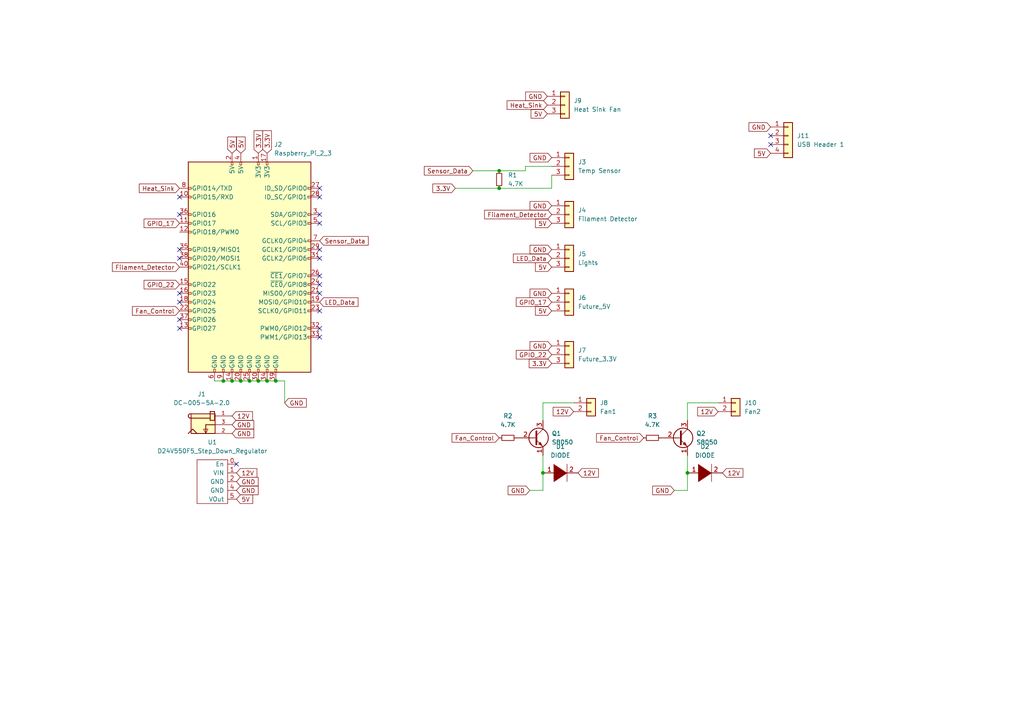
<source format=kicad_sch>
(kicad_sch (version 20211123) (generator eeschema)
  (paper "A4")
  (lib_symbols
    (symbol "Connector:Raspberry_Pi_2_3" (pin_names (offset 1.016))
      (property "Reference" "J" (at -17.78 31.75 0))
      (property "Value" "Raspberry_Pi_2_3" (at 10.16 -31.75 0))
      (symbol "Raspberry_Pi_2_3_0_1"
        (rectangle (start -17.78 30.48) (end 17.78 -30.48) (stroke (width 0.254)) (fill (type background)))
      )
      (symbol "Raspberry_Pi_2_3_1_1"
        (rectangle (start -16.891 -17.526) (end -17.78 -18.034))
        (rectangle (start -16.891 -14.986) (end -17.78 -15.494))
        (rectangle (start -16.891 -12.446) (end -17.78 -12.954))
        (rectangle (start -16.891 -9.906) (end -17.78 -10.414))
        (rectangle (start -16.891 -7.366) (end -17.78 -7.874))
        (rectangle (start -16.891 -4.826) (end -17.78 -5.334))
        (rectangle (start -16.891 0.254) (end -17.78 -0.254))
        (rectangle (start -16.891 2.794) (end -17.78 2.286))
        (rectangle (start -16.891 5.334) (end -17.78 4.826))
        (rectangle (start -16.891 10.414) (end -17.78 9.906))
        (rectangle (start -16.891 12.954) (end -17.78 12.446))
        (rectangle (start -16.891 15.494) (end -17.78 14.986))
        (rectangle (start -16.891 20.574) (end -17.78 20.066))
        (rectangle (start -16.891 23.114) (end -17.78 22.606))
        (rectangle (start -10.414 -29.591) (end -9.906 -30.48))
        (rectangle (start -7.874 -29.591) (end -7.366 -30.48))
        (rectangle (start -5.334 -29.591) (end -4.826 -30.48))
        (rectangle (start -5.334 30.48) (end -4.826 29.591))
        (rectangle (start -2.794 -29.591) (end -2.286 -30.48))
        (rectangle (start -2.794 30.48) (end -2.286 29.591))
        (rectangle (start -0.254 -29.591) (end 0.254 -30.48))
        (rectangle (start 2.286 -29.591) (end 2.794 -30.48))
        (rectangle (start 2.286 30.48) (end 2.794 29.591))
        (rectangle (start 4.826 -29.591) (end 5.334 -30.48))
        (rectangle (start 4.826 30.48) (end 5.334 29.591))
        (rectangle (start 7.366 -29.591) (end 7.874 -30.48))
        (rectangle (start 17.78 -20.066) (end 16.891 -20.574))
        (rectangle (start 17.78 -17.526) (end 16.891 -18.034))
        (rectangle (start 17.78 -12.446) (end 16.891 -12.954))
        (rectangle (start 17.78 -9.906) (end 16.891 -10.414))
        (rectangle (start 17.78 -7.366) (end 16.891 -7.874))
        (rectangle (start 17.78 -4.826) (end 16.891 -5.334))
        (rectangle (start 17.78 -2.286) (end 16.891 -2.794))
        (rectangle (start 17.78 2.794) (end 16.891 2.286))
        (rectangle (start 17.78 5.334) (end 16.891 4.826))
        (rectangle (start 17.78 7.874) (end 16.891 7.366))
        (rectangle (start 17.78 12.954) (end 16.891 12.446))
        (rectangle (start 17.78 15.494) (end 16.891 14.986))
        (rectangle (start 17.78 20.574) (end 16.891 20.066))
        (rectangle (start 17.78 23.114) (end 16.891 22.606))
        (pin power_in line (at 2.54 33.02 270) (length 2.54) (name "3V3") (number "1"))
        (pin bidirectional line (at -20.32 20.32 0) (length 2.54) (name "GPIO15/RXD") (number "10"))
        (pin bidirectional line (at -20.32 12.7 0) (length 2.54) (name "GPIO17") (number "11"))
        (pin bidirectional line (at -20.32 10.16 0) (length 2.54) (name "GPIO18/PWM0") (number "12"))
        (pin bidirectional line (at -20.32 -17.78 0) (length 2.54) (name "GPIO27") (number "13"))
        (pin power_in line (at -5.08 -33.02 90) (length 2.54) (name "GND") (number "14"))
        (pin bidirectional line (at -20.32 -5.08 0) (length 2.54) (name "GPIO22") (number "15"))
        (pin bidirectional line (at -20.32 -7.62 0) (length 2.54) (name "GPIO23") (number "16"))
        (pin power_in line (at 5.08 33.02 270) (length 2.54) (name "3V3") (number "17"))
        (pin bidirectional line (at -20.32 -10.16 0) (length 2.54) (name "GPIO24") (number "18"))
        (pin bidirectional line (at 20.32 -10.16 180) (length 2.54) (name "MOSI0/GPIO10") (number "19"))
        (pin power_in line (at -5.08 33.02 270) (length 2.54) (name "5V") (number "2"))
        (pin power_in line (at -2.54 -33.02 90) (length 2.54) (name "GND") (number "20"))
        (pin bidirectional line (at 20.32 -7.62 180) (length 2.54) (name "MISO0/GPIO9") (number "21"))
        (pin bidirectional line (at -20.32 -12.7 0) (length 2.54) (name "GPIO25") (number "22"))
        (pin bidirectional line (at 20.32 -12.7 180) (length 2.54) (name "SCLK0/GPIO11") (number "23"))
        (pin bidirectional line (at 20.32 -5.08 180) (length 2.54) (name "~{CE0}/GPIO8") (number "24"))
        (pin power_in line (at 0 -33.02 90) (length 2.54) (name "GND") (number "25"))
        (pin bidirectional line (at 20.32 -2.54 180) (length 2.54) (name "~{CE1}/GPIO7") (number "26"))
        (pin bidirectional line (at 20.32 22.86 180) (length 2.54) (name "ID_SD/GPIO0") (number "27"))
        (pin bidirectional line (at 20.32 20.32 180) (length 2.54) (name "ID_SC/GPIO1") (number "28"))
        (pin bidirectional line (at 20.32 5.08 180) (length 2.54) (name "GCLK1/GPIO5") (number "29"))
        (pin bidirectional line (at 20.32 15.24 180) (length 2.54) (name "SDA/GPIO2") (number "3"))
        (pin power_in line (at 2.54 -33.02 90) (length 2.54) (name "GND") (number "30"))
        (pin bidirectional line (at 20.32 2.54 180) (length 2.54) (name "GCLK2/GPIO6") (number "31"))
        (pin bidirectional line (at 20.32 -17.78 180) (length 2.54) (name "PWM0/GPIO12") (number "32"))
        (pin bidirectional line (at 20.32 -20.32 180) (length 2.54) (name "PWM1/GPIO13") (number "33"))
        (pin power_in line (at 5.08 -33.02 90) (length 2.54) (name "GND") (number "34"))
        (pin bidirectional line (at -20.32 5.08 0) (length 2.54) (name "GPIO19/MISO1") (number "35"))
        (pin bidirectional line (at -20.32 15.24 0) (length 2.54) (name "GPIO16") (number "36"))
        (pin bidirectional line (at -20.32 -15.24 0) (length 2.54) (name "GPIO26") (number "37"))
        (pin bidirectional line (at -20.32 2.54 0) (length 2.54) (name "GPIO20/MOSI1") (number "38"))
        (pin power_in line (at 7.62 -33.02 90) (length 2.54) (name "GND") (number "39"))
        (pin power_in line (at -2.54 33.02 270) (length 2.54) (name "5V") (number "4"))
        (pin bidirectional line (at -20.32 0 0) (length 2.54) (name "GPIO21/SCLK1") (number "40"))
        (pin bidirectional line (at 20.32 12.7 180) (length 2.54) (name "SCL/GPIO3") (number "5"))
        (pin power_in line (at -10.16 -33.02 90) (length 2.54) (name "GND") (number "6"))
        (pin bidirectional line (at 20.32 7.62 180) (length 2.54) (name "GCLK0/GPIO4") (number "7"))
        (pin bidirectional line (at -20.32 22.86 0) (length 2.54) (name "GPIO14/TXD") (number "8"))
        (pin power_in line (at -7.62 -33.02 90) (length 2.54) (name "GND") (number "9"))
      )
    )
    (symbol "Connector_Generic:Conn_01x02" (pin_names (offset 1.016) hide)
      (property "Reference" "J" (at 0 2.54 0))
      (property "Value" "Conn_01x02" (at 0 -5.08 0))
      (symbol "Conn_01x02_1_1"
        (rectangle (start -1.27 -2.413) (end 0 -2.667) (stroke (width 0.1524)))
        (rectangle (start -1.27 0.127) (end 0 -0.127) (stroke (width 0.1524)))
        (rectangle (start -1.27 1.27) (end 1.27 -3.81) (stroke (width 0.254)) (fill (type background)))
        (pin passive line (at -5.08 0 0) (length 3.81) (name "Pin_1") (number "1"))
        (pin passive line (at -5.08 -2.54 0) (length 3.81) (name "Pin_2") (number "2"))
      )
    )
    (symbol "Connector_Generic:Conn_01x03" (pin_names (offset 1.016) hide)
      (property "Reference" "J" (at 0 5.08 0))
      (property "Value" "Conn_01x03" (at 0 -5.08 0))
      (symbol "Conn_01x03_1_1"
        (rectangle (start -1.27 -2.413) (end 0 -2.667) (stroke (width 0.1524)))
        (rectangle (start -1.27 0.127) (end 0 -0.127) (stroke (width 0.1524)))
        (rectangle (start -1.27 2.667) (end 0 2.413) (stroke (width 0.1524)))
        (rectangle (start -1.27 3.81) (end 1.27 -3.81) (stroke (width 0.254)) (fill (type background)))
        (pin passive line (at -5.08 2.54 0) (length 3.81) (name "Pin_1") (number "1"))
        (pin passive line (at -5.08 0 0) (length 3.81) (name "Pin_2") (number "2"))
        (pin passive line (at -5.08 -2.54 0) (length 3.81) (name "Pin_3") (number "3"))
      )
    )
    (symbol "Connector_Generic:Conn_01x04" (pin_names (offset 1.016) hide)
      (property "Reference" "J" (at 0 5.08 0))
      (property "Value" "Conn_01x04" (at 0 -7.62 0))
      (symbol "Conn_01x04_1_1"
        (rectangle (start -1.27 -4.953) (end 0 -5.207) (stroke (width 0.1524)))
        (rectangle (start -1.27 -2.413) (end 0 -2.667) (stroke (width 0.1524)))
        (rectangle (start -1.27 0.127) (end 0 -0.127) (stroke (width 0.1524)))
        (rectangle (start -1.27 2.667) (end 0 2.413) (stroke (width 0.1524)))
        (rectangle (start -1.27 3.81) (end 1.27 -6.35) (stroke (width 0.254)) (fill (type background)))
        (pin passive line (at -5.08 2.54 0) (length 3.81) (name "Pin_1") (number "1"))
        (pin passive line (at -5.08 0 0) (length 3.81) (name "Pin_2") (number "2"))
        (pin passive line (at -5.08 -2.54 0) (length 3.81) (name "Pin_3") (number "3"))
        (pin passive line (at -5.08 -5.08 0) (length 3.81) (name "Pin_4") (number "4"))
      )
    )
    (symbol "Custom:DC-005-5A-2.0" (pin_names (offset 1.016) hide)
      (property "Reference" "J" (at -5.08 5.08 0))
      (property "Value" "DC-005-5A-2.0" (at -5.08 -5.08 0))
      (symbol "DC-005-5A-2.0_0_0"
        (arc (start -4.445 3.175) (mid -5.08 2.54) (end -4.445 1.905) (stroke (width 0.254)))
        (rectangle (start -4.2672 -2.54) (end 2.6924 3.1496) (stroke (width 0.254)) (fill (type background)))
        (polyline (pts (xy -4.445 1.905) (xy 1.27 1.905)) (stroke (width 0.254)))
        (polyline (pts (xy -3.81 -1.27) (xy -5.08 -2.54)) (stroke (width 0.254)))
        (polyline (pts (xy -2.54 -2.54) (xy -3.81 -1.27)) (stroke (width 0.254)))
        (polyline (pts (xy 0 0) (xy 0 -2.54)) (stroke (width 0.254)))
        (polyline (pts (xy 1.27 1.27) (xy 2.54 1.27)) (stroke (width 0.254)))
        (polyline (pts (xy 1.27 1.905) (xy 1.27 1.27)) (stroke (width 0.254)))
        (polyline (pts (xy 1.27 3.175) (xy 1.27 1.905)) (stroke (width 0.254)))
        (polyline (pts (xy 1.27 3.81) (xy 1.27 3.175)) (stroke (width 0.254)))
        (polyline (pts (xy 2.54 0) (xy 0 0)) (stroke (width 0.254)))
        (polyline (pts (xy 2.54 3.81) (xy 1.27 3.81)) (stroke (width 0.254)))
        (polyline (pts (xy 2.54 3.81) (xy 2.54 1.27)) (stroke (width 0.254)))
        (polyline (pts (xy -0.635 -1.27) (xy 0.635 -1.27) (xy 0 -2.54) (xy -0.635 -1.27)) (stroke (width 0.1524)) (fill (type background)))
        (pin passive line (at 7.62 2.54 180) (length 5.08) (name "~") (number "1"))
        (pin passive line (at 7.62 -2.54 180) (length 5.08) (name "~") (number "2"))
        (pin passive line (at 7.62 0 180) (length 5.08) (name "~") (number "3"))
      )
    )
    (symbol "Device:R_Small" (pin_numbers hide) (pin_names (offset 0.254) hide)
      (property "Reference" "R" (at 0.762 0.508 0))
      (property "Value" "R_Small" (at 0.762 -1.016 0))
      (symbol "R_Small_0_1"
        (rectangle (start -0.762 1.778) (end 0.762 -1.778) (stroke (width 0.2032)))
      )
      (symbol "R_Small_1_1"
        (pin passive line (at 0 2.54 270) (length 0.762) (name "~") (number "1"))
        (pin passive line (at 0 -2.54 90) (length 0.762) (name "~") (number "2"))
      )
    )
    (symbol "Pololu:D24V550F5_Step_Down_Regulator" (pin_names (offset 1.016))
      (property "Reference" "U" (at 0 -7.62 0))
      (property "Value" "D24V550F5_Step_Down_Regulator" (at 0 8.89 0))
      (symbol "D24V550F5_Step_Down_Regulator_0_1"
        (rectangle (start -5.08 6.35) (end 3.81 -6.35))
      )
      (symbol "D24V550F5_Step_Down_Regulator_1_1"
        (pin bidirectional line (at 6.35 5.08 180) (length 2.54) (name "En") (number "0"))
        (pin bidirectional line (at 6.35 2.54 180) (length 2.54) (name "VIN") (number "1"))
        (pin bidirectional line (at 6.35 0 180) (length 2.54) (name "GND") (number "2"))
        (pin bidirectional line (at 6.35 -2.54 180) (length 2.54) (name "GND") (number "4"))
        (pin bidirectional line (at 6.35 -5.08 180) (length 2.54) (name "VOut") (number "5"))
      )
    )
    (symbol "Transistor_BJT:S8050" (pin_names (offset 0) hide)
      (property "Reference" "Q" (at 5.08 1.905 0))
      (property "Value" "S8050" (at 5.08 0 0))
      (symbol "S8050_0_1"
        (polyline (pts (xy 0 0) (xy 0.635 0)))
        (polyline (pts (xy 0.635 0.635) (xy 2.54 2.54)))
        (polyline (pts (xy 0.635 -0.635) (xy 2.54 -2.54) (xy 2.54 -2.54)))
        (polyline (pts (xy 0.635 1.905) (xy 0.635 -1.905) (xy 0.635 -1.905)) (stroke (width 0.508)))
        (polyline (pts (xy 1.27 -1.778) (xy 1.778 -1.27) (xy 2.286 -2.286) (xy 1.27 -1.778) (xy 1.27 -1.778)) (fill (type outline)))
        (circle (center 1.27 0) (radius 2.8194) (stroke (width 0.254)))
      )
      (symbol "S8050_1_1"
        (pin passive line (at 2.54 -5.08 90) (length 2.54) (name "E") (number "1"))
        (pin input line (at -5.08 0 0) (length 5.08) (name "B") (number "2"))
        (pin passive line (at 2.54 5.08 270) (length 2.54) (name "C") (number "3"))
      )
    )
    (symbol "pspice:DIODE" (pin_names (offset 1.016) hide)
      (property "Reference" "D" (at 0 3.81 0))
      (property "Value" "DIODE" (at 0 -4.445 0))
      (symbol "DIODE_0_1"
        (polyline (pts (xy 1.905 2.54) (xy 1.905 -2.54)))
        (polyline (pts (xy -1.905 2.54) (xy -1.905 -2.54) (xy 1.905 0)) (fill (type outline)))
      )
      (symbol "DIODE_1_1"
        (pin input line (at -5.08 0 0) (length 3.81) (name "K") (number "1"))
        (pin input line (at 5.08 0 180) (length 3.81) (name "A") (number "2"))
      )
    )
  )
  (junction (at 199.39 137.16))
  (junction (at 144.78 54.61))
  (junction (at 80.01 110.49))
  (junction (at 74.93 110.49))
  (junction (at 64.77 110.49))
  (junction (at 72.39 110.49))
  (junction (at 69.85 110.49))
  (junction (at 157.48 137.16))
  (junction (at 144.78 49.53))
  (junction (at 77.47 110.49))
  (junction (at 67.31 110.49))
  (no_connect (at 92.71 54.61))
  (no_connect (at 92.71 57.15))
  (no_connect (at 92.71 62.23))
  (no_connect (at 92.71 64.77))
  (no_connect (at 92.71 90.17))
  (no_connect (at 92.71 72.39))
  (no_connect (at 92.71 74.93))
  (no_connect (at 92.71 80.01))
  (no_connect (at 92.71 82.55))
  (no_connect (at 92.71 85.09))
  (no_connect (at 92.71 95.25))
  (no_connect (at 92.71 97.79))
  (no_connect (at 52.07 95.25))
  (no_connect (at 52.07 72.39))
  (no_connect (at 52.07 62.23))
  (no_connect (at 52.07 57.15))
  (no_connect (at 52.07 92.71))
  (no_connect (at 52.07 87.63))
  (no_connect (at 52.07 85.09))
  (no_connect (at 52.07 74.93))
  (no_connect (at 223.52 39.37))
  (no_connect (at 223.52 41.91))
  (no_connect (at 68.58 134.62))
  (wire (pts (xy 160.02 54.61) (xy 160.02 50.8)))
  (wire (pts (xy 157.48 116.84) (xy 166.37 116.84)))
  (wire (pts (xy 199.39 132.08) (xy 199.39 137.16)))
  (wire (pts (xy 199.39 116.84) (xy 208.28 116.84)))
  (wire (pts (xy 157.48 137.16) (xy 157.48 142.24)))
  (wire (pts (xy 137.16 49.53) (xy 144.78 49.53)))
  (wire (pts (xy 80.01 110.49) (xy 82.55 110.49)))
  (wire (pts (xy 144.78 54.61) (xy 160.02 54.61)))
  (wire (pts (xy 152.4 48.26) (xy 152.4 49.53)))
  (wire (pts (xy 199.39 121.92) (xy 199.39 116.84)))
  (wire (pts (xy 157.48 132.08) (xy 157.48 137.16)))
  (wire (pts (xy 157.48 121.92) (xy 157.48 116.84)))
  (wire (pts (xy 199.39 142.24) (xy 195.58 142.24)))
  (wire (pts (xy 64.77 110.49) (xy 67.31 110.49)))
  (wire (pts (xy 69.85 110.49) (xy 72.39 110.49)))
  (wire (pts (xy 74.93 110.49) (xy 77.47 110.49)))
  (wire (pts (xy 132.08 54.61) (xy 144.78 54.61)))
  (wire (pts (xy 144.78 49.53) (xy 152.4 49.53)))
  (wire (pts (xy 199.39 137.16) (xy 199.39 142.24)))
  (wire (pts (xy 67.31 110.49) (xy 69.85 110.49)))
  (wire (pts (xy 160.02 48.26) (xy 152.4 48.26)))
  (wire (pts (xy 62.23 110.49) (xy 64.77 110.49)))
  (wire (pts (xy 72.39 110.49) (xy 74.93 110.49)))
  (wire (pts (xy 77.47 110.49) (xy 80.01 110.49)))
  (wire (pts (xy 82.55 110.49) (xy 82.55 116.84)))
  (wire (pts (xy 157.48 142.24) (xy 153.67 142.24)))
  (global_label "Heat_Sink" (shape input) (at 158.75 30.48 180) (property "Intersheet References" "${INTERSHEET_REFS}" (effects hide)))
  (global_label "GND" (shape input) (at 160.02 100.33 180) (property "Intersheet References" "${INTERSHEET_REFS}" (effects hide)))
  (global_label "GND" (shape input) (at 158.75 27.94 180) (property "Intersheet References" "${INTERSHEET_REFS}" (effects hide)))
  (global_label "GPIO_22" (shape input) (at 160.02 102.87 180) (property "Intersheet References" "${INTERSHEET_REFS}" (effects hide)))
  (global_label "GPIO_22" (shape input) (at 52.07 82.55 180) (property "Intersheet References" "${INTERSHEET_REFS}" (effects hide)))
  (global_label "GND" (shape input) (at 82.55 116.84 0) (property "Intersheet References" "${INTERSHEET_REFS}" (effects hide)))
  (global_label "3.3V" (shape input) (at 74.93 44.45 90) (property "Intersheet References" "${INTERSHEET_REFS}" (effects hide)))
  (global_label "5V" (shape input) (at 223.52 44.45 180) (property "Intersheet References" "${INTERSHEET_REFS}" (effects hide)))
  (global_label "5V" (shape input) (at 160.02 77.47 180) (property "Intersheet References" "${INTERSHEET_REFS}" (effects hide)))
  (global_label "3.3V" (shape input) (at 77.47 44.45 90) (property "Intersheet References" "${INTERSHEET_REFS}" (effects hide)))
  (global_label "12V" (shape input) (at 166.37 119.38 180) (property "Intersheet References" "${INTERSHEET_REFS}" (effects hide)))
  (global_label "3.3V" (shape input) (at 160.02 105.41 180) (property "Intersheet References" "${INTERSHEET_REFS}" (effects hide)))
  (global_label "GND" (shape input) (at 195.58 142.24 180) (property "Intersheet References" "${INTERSHEET_REFS}" (effects hide)))
  (global_label "Fan_Control" (shape input) (at 52.07 90.17 180) (property "Intersheet References" "${INTERSHEET_REFS}" (effects hide)))
  (global_label "5V" (shape input) (at 68.58 144.78 0) (property "Intersheet References" "${INTERSHEET_REFS}" (effects hide)))
  (global_label "5V" (shape input) (at 160.02 64.77 180) (property "Intersheet References" "${INTERSHEET_REFS}" (effects hide)))
  (global_label "GND" (shape input) (at 160.02 85.09 180) (property "Intersheet References" "${INTERSHEET_REFS}" (effects hide)))
  (global_label "GND" (shape input) (at 160.02 59.69 180) (property "Intersheet References" "${INTERSHEET_REFS}" (effects hide)))
  (global_label "GND" (shape input) (at 160.02 45.72 180) (property "Intersheet References" "${INTERSHEET_REFS}" (effects hide)))
  (global_label "GND" (shape input) (at 160.02 72.39 180) (property "Intersheet References" "${INTERSHEET_REFS}" (effects hide)))
  (global_label "GPIO_17" (shape input) (at 52.07 64.77 180) (property "Intersheet References" "${INTERSHEET_REFS}" (effects hide)))
  (global_label "5V" (shape input) (at 158.75 33.02 180) (property "Intersheet References" "${INTERSHEET_REFS}" (effects hide)))
  (global_label "5V" (shape input) (at 67.31 44.45 90) (property "Intersheet References" "${INTERSHEET_REFS}" (effects hide)))
  (global_label "Sensor_Data" (shape input) (at 92.71 69.85 0) (property "Intersheet References" "${INTERSHEET_REFS}" (effects hide)))
  (global_label "Sensor_Data" (shape input) (at 137.16 49.53 180) (property "Intersheet References" "${INTERSHEET_REFS}" (effects hide)))
  (global_label "Filament_Detector" (shape input) (at 52.07 77.47 180) (property "Intersheet References" "${INTERSHEET_REFS}" (effects hide)))
  (global_label "Filament_Detector" (shape input) (at 160.02 62.23 180) (property "Intersheet References" "${INTERSHEET_REFS}" (effects hide)))
  (global_label "GND" (shape input) (at 68.58 139.7 0) (property "Intersheet References" "${INTERSHEET_REFS}" (effects hide)))
  (global_label "GND" (shape input) (at 67.31 125.73 0) (property "Intersheet References" "${INTERSHEET_REFS}" (effects hide)))
  (global_label "GND" (shape input) (at 67.31 123.19 0) (property "Intersheet References" "${INTERSHEET_REFS}" (effects hide)))
  (global_label "5V" (shape input) (at 160.02 90.17 180) (property "Intersheet References" "${INTERSHEET_REFS}" (effects hide)))
  (global_label "GND" (shape input) (at 68.58 142.24 0) (property "Intersheet References" "${INTERSHEET_REFS}" (effects hide)))
  (global_label "12V" (shape input) (at 67.31 120.65 0) (property "Intersheet References" "${INTERSHEET_REFS}" (effects hide)))
  (global_label "GND" (shape input) (at 153.67 142.24 180) (property "Intersheet References" "${INTERSHEET_REFS}" (effects hide)))
  (global_label "5V" (shape input) (at 69.85 44.45 90) (property "Intersheet References" "${INTERSHEET_REFS}" (effects hide)))
  (global_label "12V" (shape input) (at 208.28 119.38 180) (property "Intersheet References" "${INTERSHEET_REFS}" (effects hide)))
  (global_label "12V" (shape input) (at 68.58 137.16 0) (property "Intersheet References" "${INTERSHEET_REFS}" (effects hide)))
  (global_label "LED_Data" (shape input) (at 92.71 87.63 0) (property "Intersheet References" "${INTERSHEET_REFS}" (effects hide)))
  (global_label "GND" (shape input) (at 223.52 36.83 180) (property "Intersheet References" "${INTERSHEET_REFS}" (effects hide)))
  (global_label "Heat_Sink" (shape input) (at 52.07 54.61 180) (property "Intersheet References" "${INTERSHEET_REFS}" (effects hide)))
  (global_label "Fan_Control" (shape input) (at 186.69 127 180) (property "Intersheet References" "${INTERSHEET_REFS}" (effects hide)))
  (global_label "12V" (shape input) (at 209.55 137.16 0) (property "Intersheet References" "${INTERSHEET_REFS}" (effects hide)))
  (global_label "GPIO_17" (shape input) (at 160.02 87.63 180) (property "Intersheet References" "${INTERSHEET_REFS}" (effects hide)))
  (global_label "12V" (shape input) (at 167.64 137.16 0) (property "Intersheet References" "${INTERSHEET_REFS}" (effects hide)))
  (global_label "Fan_Control" (shape input) (at 144.78 127 180) (property "Intersheet References" "${INTERSHEET_REFS}" (effects hide)))
  (global_label "3.3V" (shape input) (at 132.08 54.61 180) (property "Intersheet References" "${INTERSHEET_REFS}" (effects hide)))
  (global_label "LED_Data" (shape input) (at 160.02 74.93 180) (property "Intersheet References" "${INTERSHEET_REFS}" (effects hide)))
  (symbol (lib_id "Connector_Generic:Conn_01x03") (at 165.1 48.26 0) (unit 1)
    (property "Reference" "J3" (at 167.64 46.9899 0) (effects (justify left)))
    (property "Value" "Temp Sensor" (at 167.64 49.5299 0) (effects (justify left)))
    (property "Footprint" "Connector_PinHeader_2.54mm:PinHeader_1x03_P2.54mm_Vertical" (effects hide))
  )
  (symbol (lib_id "Device:R_Small") (at 144.78 52.07 0) (unit 1)
    (property "Reference" "R1" (at 147.32 50.7999 0) (effects (justify left)))
    (property "Value" "4.7K" (at 147.32 53.3399 0) (effects (justify left)))
    (property "Footprint" "Resistor_THT:R_Axial_DIN0207_L6.3mm_D2.5mm_P10.16mm_Horizontal" (effects hide))
  )
  (symbol (lib_id "pspice:DIODE") (at 204.47 137.16 0) (unit 1)
    (property "Reference" "D2" (at 204.47 129.54 0))
    (property "Value" "DIODE" (at 204.47 132.08 0))
    (property "Footprint" "Diode_THT:D_A-405_P10.16mm_Horizontal" (effects hide))
  )
  (symbol (lib_id "pspice:DIODE") (at 162.56 137.16 0) (unit 1)
    (property "Reference" "D1" (at 162.56 129.54 0))
    (property "Value" "DIODE" (at 162.56 132.08 0))
    (property "Footprint" "Diode_THT:D_A-405_P10.16mm_Horizontal" (effects hide))
  )
  (symbol (lib_id "Device:R_Small") (at 147.32 127 90) (unit 1)
    (property "Reference" "R2" (at 147.32 120.65 90))
    (property "Value" "4.7K" (at 147.32 123.19 90))
    (property "Footprint" "Resistor_THT:R_Axial_DIN0207_L6.3mm_D2.5mm_P10.16mm_Horizontal" (effects hide))
  )
  (symbol (lib_id "Custom:DC-005-5A-2.0") (at 59.69 123.19 0) (unit 1)
    (property "Reference" "J1" (at 58.4962 114.3 0))
    (property "Value" "DC-005-5A-2.0" (at 58.4962 116.84 0))
    (property "Footprint" "Custom:XKB_DC-005-5A-2.0" (effects hide))
    (property "PARTREV" "A0" (effects hide))
    (property "STANDARD" "Manufacturer Recommendations" (effects hide))
    (property "MANUFACTURER" "XKB" (effects hide))
    (property "MAXIMUM_PACKAGE_HEIGHT" "11 mm" (effects hide))
  )
  (symbol (lib_id "Connector_Generic:Conn_01x02") (at 213.36 116.84 0) (unit 1)
    (property "Reference" "J10" (at 215.9 116.8399 0) (effects (justify left)))
    (property "Value" "Fan2" (at 215.9 119.3799 0) (effects (justify left)))
    (property "Footprint" "Connector_PinHeader_2.54mm:PinHeader_1x02_P2.54mm_Vertical" (effects hide))
  )
  (symbol (lib_id "Connector_Generic:Conn_01x03") (at 165.1 74.93 0) (unit 1)
    (property "Reference" "J5" (at 167.64 73.6599 0) (effects (justify left)))
    (property "Value" "Lights" (at 167.64 76.1999 0) (effects (justify left)))
    (property "Footprint" "Connector_PinHeader_2.54mm:PinHeader_1x03_P2.54mm_Vertical" (effects hide))
  )
  (symbol (lib_id "Connector_Generic:Conn_01x03") (at 165.1 87.63 0) (unit 1)
    (property "Reference" "J6" (at 167.64 86.3599 0) (effects (justify left)))
    (property "Value" "Future_5V" (at 167.64 88.8999 0) (effects (justify left)))
    (property "Footprint" "Connector_PinHeader_2.54mm:PinHeader_1x03_P2.54mm_Vertical" (effects hide))
  )
  (symbol (lib_id "Connector_Generic:Conn_01x03") (at 163.83 30.48 0) (unit 1)
    (property "Reference" "J9" (at 166.37 29.2099 0) (effects (justify left)))
    (property "Value" "Heat Sink Fan" (at 166.37 31.7499 0) (effects (justify left)))
    (property "Footprint" "Connector_PinHeader_2.54mm:PinHeader_1x03_P2.54mm_Vertical" (effects hide))
  )
  (symbol (lib_id "Connector_Generic:Conn_01x03") (at 165.1 102.87 0) (unit 1)
    (property "Reference" "J7" (at 167.64 101.5999 0) (effects (justify left)))
    (property "Value" "Future_3.3V" (at 167.64 104.1399 0) (effects (justify left)))
    (property "Footprint" "Connector_PinHeader_2.54mm:PinHeader_1x03_P2.54mm_Vertical" (effects hide))
  )
  (symbol (lib_id "Pololu:D24V550F5_Step_Down_Regulator") (at 62.23 139.7 0) (unit 1)
    (property "Reference" "U1" (at 61.595 128.27 0))
    (property "Value" "D24V550F5_Step_Down_Regulator" (at 61.595 130.81 0))
    (property "Footprint" "Pololu:VoltageREG_2851" (effects hide))
  )
  (symbol (lib_id "Connector_Generic:Conn_01x04") (at 228.6 39.37 0) (unit 1)
    (property "Reference" "J11" (at 231.14 39.3699 0) (effects (justify left)))
    (property "Value" "USB Header 1" (at 231.14 41.9099 0) (effects (justify left)))
    (property "Footprint" "Connector_PinHeader_2.54mm:PinHeader_1x04_P2.54mm_Vertical" (effects hide))
  )
  (symbol (lib_id "Transistor_BJT:S8050") (at 154.94 127 0) (unit 1)
    (property "Reference" "Q1" (at 160.02 125.7299 0) (effects (justify left)))
    (property "Value" "S8050" (at 160.02 128.2699 0) (effects (justify left)))
    (property "Footprint" "Package_TO_SOT_THT:TO-92_Inline" (effects hide))
    (property "Datasheet" "http://www.unisonic.com.tw/datasheet/S8050.pdf" (effects hide))
  )
  (symbol (lib_id "Connector_Generic:Conn_01x02") (at 171.45 116.84 0) (unit 1)
    (property "Reference" "J8" (at 173.99 116.8399 0) (effects (justify left)))
    (property "Value" "Fan1" (at 173.99 119.3799 0) (effects (justify left)))
    (property "Footprint" "Connector_PinHeader_2.54mm:PinHeader_1x02_P2.54mm_Vertical" (effects hide))
  )
  (symbol (lib_id "Device:R_Small") (at 189.23 127 90) (unit 1)
    (property "Reference" "R3" (at 189.23 120.65 90))
    (property "Value" "4.7K" (at 189.23 123.19 90))
    (property "Footprint" "Resistor_THT:R_Axial_DIN0207_L6.3mm_D2.5mm_P10.16mm_Horizontal" (effects hide))
  )
  (symbol (lib_id "Connector_Generic:Conn_01x03") (at 165.1 62.23 0) (unit 1)
    (property "Reference" "J4" (at 167.64 60.9599 0) (effects (justify left)))
    (property "Value" "Filament Detector" (at 167.64 63.4999 0) (effects (justify left)))
    (property "Footprint" "Connector_PinHeader_2.54mm:PinHeader_1x03_P2.54mm_Vertical" (effects hide))
  )
  (symbol (lib_id "Connector:Raspberry_Pi_2_3") (at 72.39 77.47 0) (unit 1)
    (property "Reference" "J2" (at 79.4894 41.91 0) (effects (justify left)))
    (property "Value" "Raspberry_Pi_2_3" (at 79.4894 44.45 0) (effects (justify left)))
    (property "Footprint" "Connector_PinSocket_2.54mm:PinSocket_2x20_P2.54mm_Vertical" (effects hide))
    (property "Datasheet" "https://www.raspberrypi.org/documentation/hardware/raspberrypi/schematics/rpi_SCH_3bplus_1p0_reduced.pdf" (effects hide))
  )
  (symbol (lib_id "Transistor_BJT:S8050") (at 196.85 127 0) (unit 1)
    (property "Reference" "Q2" (at 201.93 125.7299 0) (effects (justify left)))
    (property "Value" "S8050" (at 201.93 128.2699 0) (effects (justify left)))
    (property "Footprint" "Package_TO_SOT_THT:TO-92_Inline" (effects hide))
    (property "Datasheet" "http://www.unisonic.com.tw/datasheet/S8050.pdf" (effects hide))
  )
)
</source>
